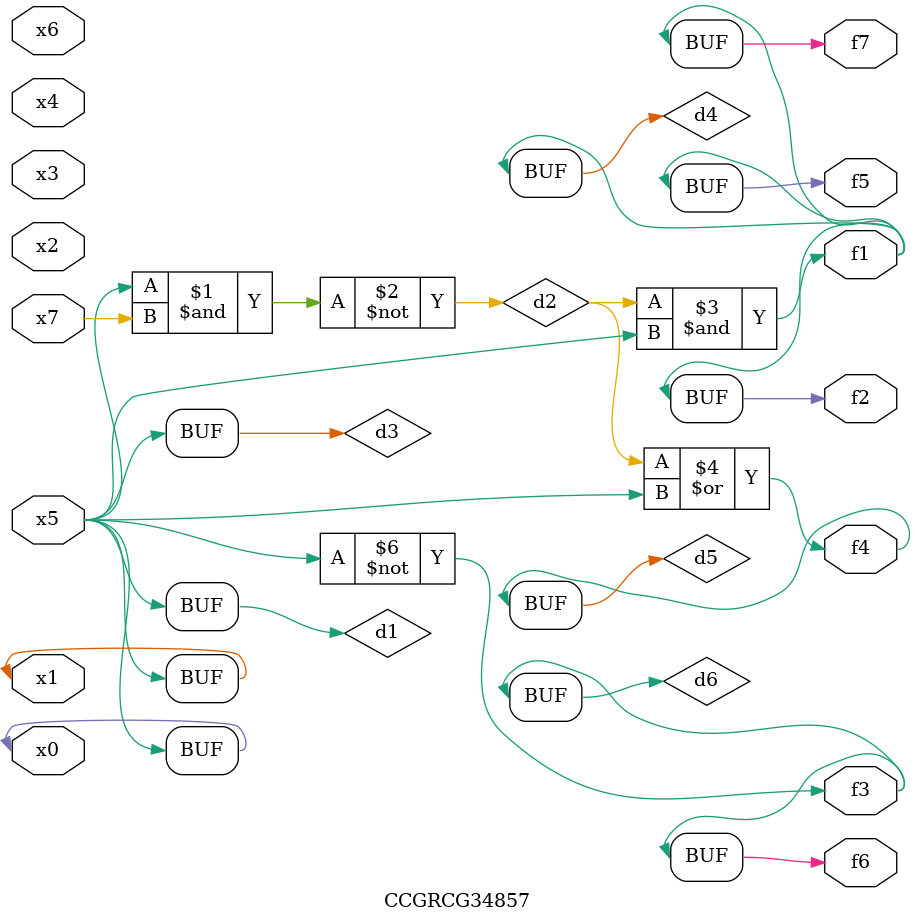
<source format=v>
module CCGRCG34857(
	input x0, x1, x2, x3, x4, x5, x6, x7,
	output f1, f2, f3, f4, f5, f6, f7
);

	wire d1, d2, d3, d4, d5, d6;

	buf (d1, x0, x5);
	nand (d2, x5, x7);
	buf (d3, x0, x1);
	and (d4, d2, d3);
	or (d5, d2, d3);
	nor (d6, d1, d3);
	assign f1 = d4;
	assign f2 = d4;
	assign f3 = d6;
	assign f4 = d5;
	assign f5 = d4;
	assign f6 = d6;
	assign f7 = d4;
endmodule

</source>
